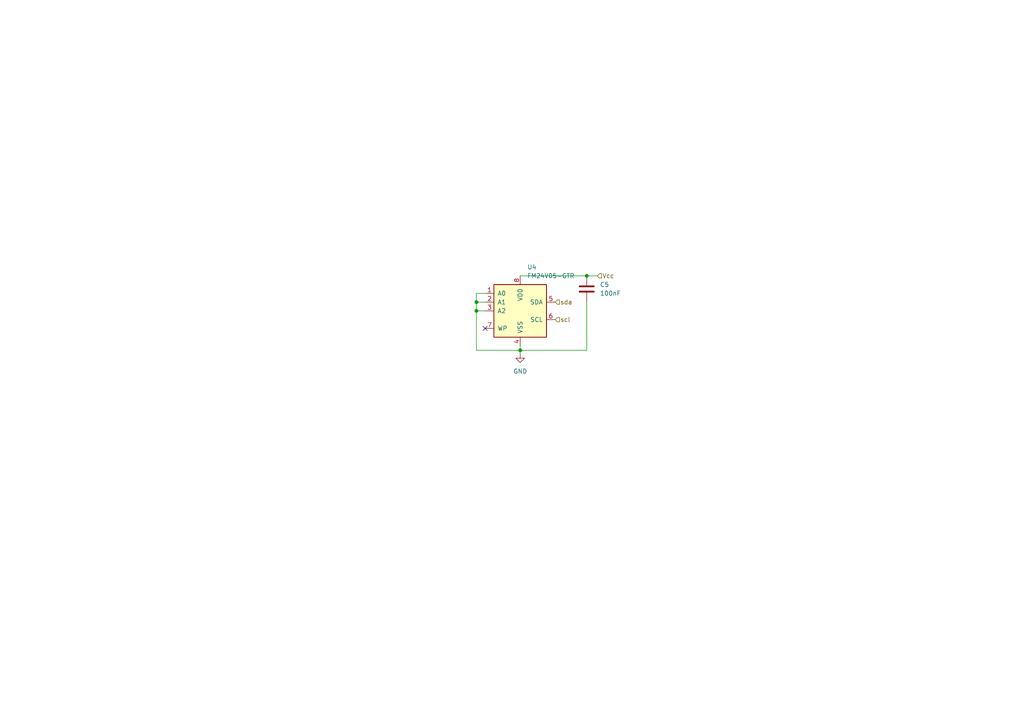
<source format=kicad_sch>
(kicad_sch (version 20211123) (generator eeschema)
  (paper "A4")
  (lib_symbols
    (symbol "0JLC-6:100nF" (pin_numbers hide) (pin_names (offset 0.254))
      (property "Reference" "C" (at 0.635 2.54 0))
      (property "Value" "100nF" (at 0.635 -2.54 0))
      (symbol "100nF_0_1"
        (polyline (pts (xy -2.032 -0.762) (xy 2.032 -0.762)) (stroke (width 0.508)))
        (polyline (pts (xy -2.032 0.762) (xy 2.032 0.762)) (stroke (width 0.508)))
      )
      (symbol "100nF_1_1"
        (pin passive line (at 0 3.81 270) (length 2.794) (name "~") (number "1"))
        (pin passive line (at 0 -3.81 90) (length 2.794) (name "~") (number "2"))
      )
    )
    (symbol "Memory_NVRAM:FM24C64C" (pin_names (offset 1.016))
      (property "Reference" "U" (at -5.08 8.89 0))
      (property "Value" "FM24C64C" (at 6.35 -8.89 0))
      (symbol "FM24C64C_0_1"
        (rectangle (start -7.62 7.62) (end 7.62 -7.62) (stroke (width 0.254)) (fill (type background)))
      )
      (symbol "FM24C64C_1_1"
        (pin input line (at -10.16 5.08 0) (length 2.54) (name "A0") (number "1"))
        (pin input line (at -10.16 2.54 0) (length 2.54) (name "A1") (number "2"))
        (pin input line (at -10.16 0 0) (length 2.54) (name "A2") (number "3"))
        (pin power_in line (at 0 -10.16 90) (length 2.54) (name "VSS") (number "4"))
        (pin bidirectional line (at 10.16 2.54 180) (length 2.54) (name "SDA") (number "5"))
        (pin input line (at 10.16 -2.54 180) (length 2.54) (name "SCL") (number "6"))
        (pin input line (at -10.16 -5.08 0) (length 2.54) (name "WP") (number "7"))
        (pin power_in line (at 0 10.16 270) (length 2.54) (name "VDD") (number "8"))
      )
    )
    (symbol "power:GND" (power) (pin_names (offset 0))
      (property "Value" "GND" (at 0 -3.81 0))
      (symbol "GND_0_1"
        (polyline (pts (xy 0 0) (xy 0 -1.27) (xy 1.27 -1.27) (xy 0 -2.54) (xy -1.27 -1.27) (xy 0 -1.27)))
      )
      (symbol "GND_1_1"
        (pin power_in line (at 0 0 270) (length 0) hide (name "GND") (number "1"))
      )
    )
  )
  (junction (at 138.176 87.63))
  (junction (at 170.18 80.01))
  (junction (at 138.176 90.17))
  (junction (at 150.876 101.6))
  (no_connect (at 140.716 95.25))
  (wire (pts (xy 138.176 85.09) (xy 138.176 87.63)))
  (wire (pts (xy 170.18 101.6) (xy 150.876 101.6)))
  (wire (pts (xy 150.876 80.01) (xy 170.18 80.01)))
  (wire (pts (xy 140.716 87.63) (xy 138.176 87.63)))
  (wire (pts (xy 150.876 101.6) (xy 138.176 101.6)))
  (wire (pts (xy 138.176 90.17) (xy 140.716 90.17)))
  (wire (pts (xy 150.876 100.33) (xy 150.876 101.6)))
  (wire (pts (xy 170.18 80.01) (xy 173.228 80.01)))
  (wire (pts (xy 150.876 101.6) (xy 150.876 102.616)))
  (wire (pts (xy 138.176 87.63) (xy 138.176 90.17)))
  (wire (pts (xy 170.18 87.63) (xy 170.18 101.6)))
  (wire (pts (xy 138.176 101.6) (xy 138.176 90.17)))
  (wire (pts (xy 140.716 85.09) (xy 138.176 85.09)))
  (hierarchical_label "sda" (shape input) (at 161.036 87.63 0))
  (hierarchical_label "Vcc" (shape input) (at 173.228 80.01 0))
  (hierarchical_label "scl" (shape input) (at 161.036 92.71 0))
  (symbol (lib_id "Memory_NVRAM:FM24C64C") (at 150.876 90.17 0) (unit 1)
    (property "Reference" "U4" (at 152.8954 77.47 0) (effects (justify left)))
    (property "Value" "FM24V05-GTR" (at 152.8954 80.01 0) (effects (justify left)))
    (property "Footprint" "Package_SO:SOIC-8_3.9x4.9mm_P1.27mm" (effects hide))
    (property "Datasheet" "http://www.cypress.com/file/41651/download" (effects hide))
    (property "LCSC" "C66021" (effects hide))
  )
  (symbol (lib_id "0JLC-6:100nF") (at 170.18 83.82 0) (unit 1)
    (property "Reference" "C5" (at 173.99 82.5499 0) (effects (justify left)))
    (property "Value" "100nF" (at 173.99 85.0899 0) (effects (justify left)))
    (property "Footprint" "Capacitor_SMD:C_0603_1608Metric_Pad1.08x0.95mm_HandSolder" (effects hide))
    (property "LCSC" "C14663" (effects hide))
    (property "MPN" "CC0603KRX7R9BB104" (effects hide))
  )
  (symbol (lib_id "power:GND") (at 150.876 102.616 0) (unit 1)
    (property "Reference" "#PWR019" (effects hide))
    (property "Value" "GND" (at 150.876 107.696 0))
  )
)
</source>
